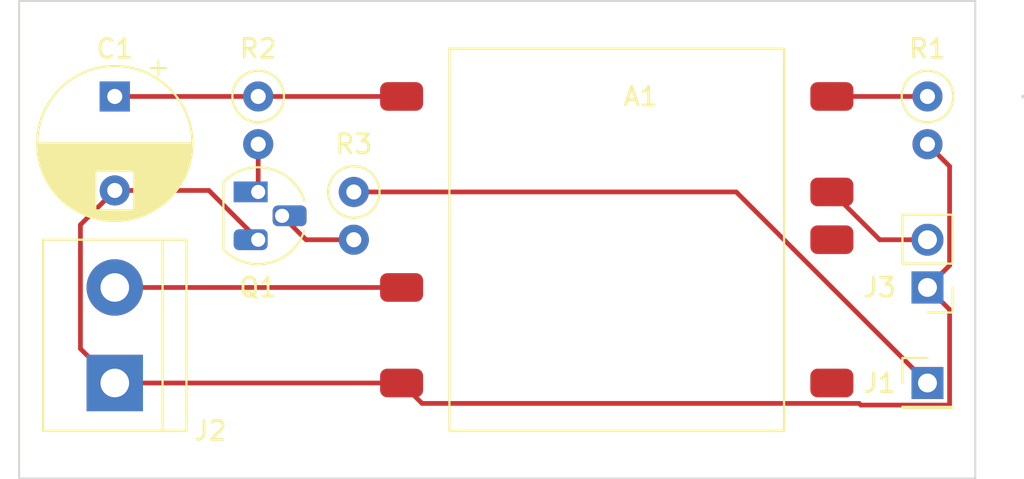
<source format=kicad_pcb>
(kicad_pcb (version 20211014) (generator pcbnew)
  (layers (0 "F.Cu" signal) (31 "B.Cu" signal) (34 "B.Paste" user) (35 "F.Paste" user) (36 "B.SilkS" user "B.Silkscreen") (37 "F.SilkS" user "F.Silkscreen") (38 "B.Mask" user) (39 "F.Mask" user) (44 "Edge.Cuts" user))
  (net 0 "")
  (net 1 "Net-(A1-Pad1)")
  (net 2 "+12V")
  (net 3 "GND")
  (net 6 "+5V")
  (net 7 "Net-(A1-Pad7)")
  (net 8 "Net-(J1-Pad1)")
  (net 9 "Net-(Q1-Pad1)")
  (net 10 "Net-(Q1-Pad2)")
  (footprint "Package_TO_SOT_THT:TO-92_HandSolder" (layer "F.Cu") (at 96.52 86.36 -90)
    (fp_text reference "Q1" (at 5.08 0 -180) (layer "F.SilkS"))
    (fp_text value "BC548")
    (fp_line (start -0.53 1.85) (end 3.07 1.85) (layer "F.SilkS") (width 0.12))
    (fp_arc (start -0.541875 1.841741) (mid -1.247231 -0.581764) (end 0.45 -2.45) (layer "F.SilkS") (width 0.12))
    (fp_arc (start 2.05 -2.45) (mid 3.769931 -0.601036) (end 3.078445 1.827684) (layer "F.SilkS") (width 0.12))
    (pad "1" thru_hole rect (at 0 0 270) (size 1.1 1.8) (drill 0.75 (offset 0 0.4)) (layers *.Cu *.Mask) (net 9 "Net-(Q1-Pad1)"))
    (pad "2" thru_hole roundrect (at 1.27 -1.27 270) (size 1.1 1.8) (drill 0.75 (offset 0 -0.4)) (layers *.Cu *.Mask) (net 10 "Net-(Q1-Pad2)"))
    (pad "3" thru_hole roundrect (at 2.54 0 270) (size 1.1 1.8) (drill 0.75 (offset 0 0.4)) (layers *.Cu *.Mask) (net 3 "GND"))
  )
  (footprint "Connector_PinHeader_2.54mm:PinHeader_1x01_P2.54mm_Vertical" (layer "F.Cu") (at 132.08 96.52)
    (fp_text reference "J1" (at -2.54 0) (layer "F.SilkS"))
    (fp_text value "RPi GPIO")
    (fp_line (start -1.33 -1.33) (end 0 -1.33) (layer "F.SilkS") (width 0.12))
    (fp_line (start -1.33 1.27) (end 1.33 1.27) (layer "F.SilkS") (width 0.12))
    (fp_line (start 1.33 1.27) (end 1.33 1.33) (layer "F.SilkS") (width 0.12))
    (fp_line (start -1.33 0) (end -1.33 -1.33) (layer "F.SilkS") (width 0.12))
    (fp_line (start -1.33 1.33) (end 1.33 1.33) (layer "F.SilkS") (width 0.12))
    (fp_line (start -1.33 1.27) (end -1.33 1.33) (layer "F.SilkS") (width 0.12))
    (pad "1" thru_hole rect (at 0 0) (size 1.7 1.7) (drill 1) (layers *.Cu *.Mask) (net 8 "Net-(J1-Pad1)"))
  )
  (footprint "Module:KIS-3R33S package" (layer "F.Cu") (at 116.84 86.36)
    (fp_text reference "A1" (at 0 -5.08 unlocked) (layer "F.SilkS"))
    (fp_text value "KIS-3R33")
    (fp_rect (start -10.16 -7.62) (end 7.62 12.7) (layer "F.SilkS") (width 0.12) (fill none))
    (pad "1" smd roundrect (at -12.7 -5.08) (size 2.286 1.524) (layers "F.Cu" "F.Paste" "F.Mask") (net 1 "Net-(A1-Pad1)"))
    (pad "2" smd roundrect (at -12.7 5.08) (size 2.286 1.524) (layers "F.Cu" "F.Paste" "F.Mask") (net 2 "+12V"))
    (pad "3" smd roundrect (at -12.7 10.16) (size 2.286 1.524) (layers "F.Cu" "F.Paste" "F.Mask") (net 3 "GND"))
    (pad "4" smd roundrect (at 10.16 10.16) (size 2.286 1.524) (layers "F.Cu" "F.Paste" "F.Mask"))
    (pad "5" smd roundrect (at 10.16 2.54) (size 2.286 1.524) (layers "F.Cu" "F.Paste" "F.Mask"))
    (pad "6" smd roundrect (at 10.16 0) (size 2.286 1.524) (layers "F.Cu" "F.Paste" "F.Mask") (net 6 "+5V"))
    (pad "7" smd roundrect (at 10.16 -5.08) (size 2.286 1.524) (layers "F.Cu" "F.Paste" "F.Mask") (net 7 "Net-(A1-Pad7)"))
  )
  (footprint "TerminalBlock:TerminalBlock_bornier-2_P5.08mm" (layer "F.Cu") (at 88.9 96.52 90)
    (fp_text reference "J2" (at -2.54 5.08) (layer "F.SilkS"))
    (fp_text value "BATT")
    (fp_line (start 7.62 3.81) (end 7.62 -3.81) (layer "F.SilkS") (width 0.12))
    (fp_line (start -2.54 3.81) (end 7.62 3.81) (layer "F.SilkS") (width 0.12))
    (fp_line (start 7.62 2.54) (end -2.54 2.54) (layer "F.SilkS") (width 0.12))
    (fp_line (start 7.62 -3.81) (end -2.54 -3.81) (layer "F.SilkS") (width 0.12))
    (fp_line (start -2.54 -3.81) (end -2.54 3.81) (layer "F.SilkS") (width 0.12))
    (pad "1" thru_hole rect (at 0 0 90) (size 3 3) (drill 1.52) (layers *.Cu *.Mask) (net 3 "GND"))
    (pad "2" thru_hole circle (at 5.08 0 90) (size 3 3) (drill 1.52) (layers *.Cu *.Mask) (net 2 "+12V"))
  )
  (footprint "Resistor_THT:R_Axial_DIN0207_L6.3mm_D2.5mm_P2.54mm_Vertical" (layer "F.Cu") (at 132.08 81.28 -90)
    (fp_text reference "R1" (at -2.54 0) (layer "F.SilkS"))
    (fp_text value "10k")
    (fp_line (start 1.37 0) (end 1.44 0) (layer "F.SilkS") (width 0.12))
    (fp_circle (center 0 0) (end 1.37 0) (layer "F.SilkS") (width 0.12) (fill none))
    (pad "1" thru_hole circle (at 0 0 270) (size 1.6 1.6) (drill 0.8) (layers *.Cu *.Mask) (net 7 "Net-(A1-Pad7)"))
    (pad "2" thru_hole oval (at 2.54 0 270) (size 1.6 1.6) (drill 0.8) (layers *.Cu *.Mask) (net 3 "GND"))
  )
  (footprint "Capacitor_THT:CP_Radial_D8.0mm_P5.00mm" (layer "F.Cu") (at 88.9 81.28 -90)
    (fp_text reference "C1" (at -2.54 0) (layer "F.SilkS"))
    (fp_text value "220µ")
    (fp_line (start 5.581 1.04) (end 5.581 2.697) (layer "F.SilkS") (width 0.12))
    (fp_line (start 2.58 -4.08) (end 2.58 4.08) (layer "F.SilkS") (width 0.12))
    (fp_line (start 4.541 -3.54) (end 4.541 -1.04) (layer "F.SilkS") (width 0.12))
    (fp_line (start 4.981 -3.25) (end 4.981 -1.04) (layer "F.SilkS") (width 0.12))
    (fp_line (start 3.701 -3.902) (end 3.701 3.902) (layer "F.SilkS") (width 0.12))
    (fp_line (start 4.021 1.04) (end 4.021 3.79) (layer "F.SilkS") (width 0.12))
    (fp_line (start 6.261 -1.645) (end 6.261 1.645) (layer "F.SilkS") (width 0.12))
    (fp_line (start 5.581 -2.697) (end 5.581 -1.04) (layer "F.SilkS") (width 0.12))
    (fp_line (start 5.301 1.04) (end 5.301 2.983) (layer "F.SilkS") (width 0.12))
    (fp_line (start 2.74 -4.074) (end 2.74 4.074) (layer "F.SilkS") (width 0.12))
    (fp_line (start 3.221 -4.017) (end 3.221 4.017) (layer "F.SilkS") (width 0.12))
    (fp_line (start 3.341 -3.994) (end 3.341 3.994) (layer "F.SilkS") (width 0.12))
    (fp_line (start 5.981 1.04) (end 5.981 2.166) (layer "F.SilkS") (width 0.12))
    (fp_line (start 5.701 1.04) (end 5.701 2.556) (layer "F.SilkS") (width 0.12))
    (fp_line (start 5.101 -3.156) (end 5.101 -1.04) (layer "F.SilkS") (width 0.12))
    (fp_line (start 5.621 -2.651) (end 5.621 -1.04) (layer "F.SilkS") (width 0.12))
    (fp_line (start 3.541 -3.947) (end 3.541 3.947) (layer "F.SilkS") (width 0.12))
    (fp_line (start 3.381 -3.985) (end 3.381 3.985) (layer "F.SilkS") (width 0.12))
    (fp_line (start 4.701 1.04) (end 4.701 3.444) (layer "F.SilkS") (width 0.12))
    (fp_line (start 3.981 1.04) (end 3.981 3.805) (layer "F.SilkS") (width 0.12))
    (fp_line (start 5.541 1.04) (end 5.541 2.741) (layer "F.SilkS") (width 0.12))
    (fp_line (start 4.061 1.04) (end 4.061 3.774) (layer "F.SilkS") (width 0.12))
    (fp_line (start 6.181 -1.813) (end 6.181 1.813) (layer "F.SilkS") (width 0.12))
    (fp_line (start 4.501 -3.562) (end 4.501 -1.04) (layer "F.SilkS") (width 0.12))
    (fp_line (start 4.221 -3.704) (end 4.221 -1.04) (layer "F.SilkS") (width 0.12))
    (fp_line (start 4.021 -3.79) (end 4.021 -1.04) (layer "F.SilkS") (width 0.12))
    (fp_line (start 5.861 -2.345) (end 5.861 -1.04) (layer "F.SilkS") (width 0.12))
    (fp_line (start 4.101 1.04) (end 4.101 3.757) (layer "F.SilkS") (width 0.12))
    (fp_line (start 3.301 -4.002) (end 3.301 4.002) (layer "F.SilkS") (width 0.12))
    (fp_line (start 3.821 -3.863) (end 3.821 3.863) (layer "F.SilkS") (width 0.12))
    (fp_line (start 5.301 -2.983) (end 5.301 -1.04) (layer "F.SilkS") (width 0.12))
    (fp_line (start 5.621 1.04) (end 5.621 2.651) (layer "F.SilkS") (width 0.12))
    (fp_line (start 3.581 -3.936) (end 3.581 3.936) (layer "F.SilkS") (width 0.12))
    (fp_line (start 4.381 -3.627) (end 4.381 -1.04) (layer "F.SilkS") (width 0.12))
    (fp_line (start 3.941 -3.821) (end 3.941 3.821) (layer "F.SilkS") (width 0.12))
    (fp_line (start 5.381 -2.907) (end 5.381 -1.04) (layer "F.SilkS") (width 0.12))
    (fp_line (start 4.421 1.04) (end 4.421 3.606) (layer "F.SilkS") (width 0.12))
    (fp_line (start 5.221 -3.055) (end 5.221 -1.04) (layer "F.SilkS") (width 0.12))
    (fp_line (start 3.741 -3.889) (end 3.741 3.889) (layer "F.SilkS") (width 0.12))
    (fp_line (start 4.341 1.04) (end 4.341 3.647) (layer "F.SilkS") (width 0.12))
    (fp_line (start 6.221 -1.731) (end 6.221 1.731) (layer "F.SilkS") (width 0.12))
    (fp_line (start 3.861 -3.85) (end 3.861 3.85) (layer "F.SilkS") (width 0.12))
    (fp_line (start 2.9 -4.061) (end 2.9 4.061) (layer "F.SilkS") (width 0.12))
    (fp_line (start 4.781 -3.392) (end 4.781 -1.04) (layer "F.SilkS") (width 0.12))
    (fp_line (start 4.941 -3.28) (end 4.941 -1.04) (layer "F.SilkS") (width 0.12))
    (fp_line (start 5.461 1.04) (end 5.461 2.826) (layer "F.SilkS") (width 0.12))
    (fp_line (start 4.821 1.04) (end 4.821 3.365) (layer "F.SilkS") (width 0.12))
    (fp_line (start 2.62 -4.079) (end 2.62 4.079) (layer "F.SilkS") (width 0.12))
    (fp_line (start 3.621 -3.925) (end 3.621 3.925) (layer "F.SilkS") (width 0.12))
    (fp_line (start 6.581 -0.533) (end 6.581 0.533) (layer "F.SilkS") (width 0.12))
    (fp_line (start 5.141 -3.124) (end 5.141 -1.04) (layer "F.SilkS") (width 0.12))
    (fp_line (start 5.741 1.04) (end 5.741 2.505) (layer "F.SilkS") (width 0.12))
    (fp_line (start 3.14 -4.03) (end 3.14 4.03) (layer "F.SilkS") (width 0.12))
    (fp_line (start 4.261 -3.686) (end 4.261 -1.04) (layer "F.SilkS") (width 0.12))
    (fp_line (start 5.141 1.04) (end 5.141 3.124) (layer "F.SilkS") (width 0.12))
    (fp_line (start 4.661 -3.469) (end 4.661 -1.04) (layer "F.SilkS") (width 0.12))
    (fp_line (start 5.261 1.04) (end 5.261 3.019) (layer "F.SilkS") (width 0.12))
    (fp_line (start 5.901 1.04) (end 5.901 2.287) (layer "F.SilkS") (width 0.12))
    (fp_line (start 4.861 -3.338) (end 4.861 -1.04) (layer "F.SilkS") (width 0.12))
    (fp_line (start 2.5 -4.08) (end 2.5 4.08) (layer "F.SilkS") (width 0.12))
    (fp_line (start 4.701 -3.444) (end 4.701 -1.04) (layer "F.SilkS") (width 0.12))
    (fp_line (start 3.06 -4.042) (end 3.06 4.042) (layer "F.SilkS") (width 0.12))
    (fp_line (start 5.421 -2.867) (end 5.421 -1.04) (layer "F.SilkS") (width 0.12))
    (fp_line (start 5.821 -2.4) (end 5.821 -1.04) (layer "F.SilkS") (width 0.12))
    (fp_line (start 3.901 -3.835) (end 3.901 3.835) (layer "F.SilkS") (width 0.12))
    (fp_line (start 6.101 -1.964) (end 6.101 1.964) (layer "F.SilkS") (width 0.12))
    (fp_line (start 3.02 -4.048) (end 3.02 4.048) (layer "F.SilkS") (width 0.12))
    (fp_line (start 4.661 1.04) (end 4.661 3.469) (layer "F.SilkS") (width 0.12))
    (fp_line (start 5.181 -3.09) (end 5.181 -1.04) (layer "F.SilkS") (width 0.12))
    (fp_line (start 5.501 -2.784) (end 5.501 -1.04) (layer "F.SilkS") (width 0.12))
    (fp_line (start 4.461 -3.584) (end 4.461 -1.04) (layer "F.SilkS") (width 0.12))
    (fp_line (start 5.181 1.04) (end 5.181 3.09) (layer "F.SilkS") (width 0.12))
    (fp_line (start 6.501 -0.948) (end 6.501 0.948) (layer "F.SilkS") (width 0.12))
    (fp_line (start 4.181 1.04) (end 4.181 3.722) (layer "F.SilkS") (width 0.12))
    (fp_line (start 5.501 1.04) (end 5.501 2.784) (layer "F.SilkS") (width 0.12))
    (fp_line (start 3.661 -3.914) (end 3.661 3.914) (layer "F.SilkS") (width 0.12))
    (fp_line (start 5.421 1.04) (end 5.421 2.867) (layer "F.SilkS") (width 0.12))
    (fp_line (start 5.101 1.04) (end 5.101 3.156) (layer "F.SilkS") (width 0.12))
    (fp_line (start 5.781 1.04) (end 5.781 2.454) (layer "F.SilkS") (width 0.12))
    (fp_line (start 5.341 1.04) (end 5.341 2.945) (layer "F.SilkS") (width 0.12))
    (fp_line (start 5.461 -2.826) (end 5.461 -1.04) (layer "F.SilkS") (width 0.12))
    (fp_line (start 6.141 -1.89) (end 6.141 1.89) (layer "F.SilkS") (width 0.12))
    (fp_line (start 4.541 1.04) (end 4.541 3.54) (layer "F.SilkS") (width 0.12))
    (fp_line (start 5.981 -2.166) (end 5.981 -1.04) (layer "F.SilkS") (width 0.12))
    (fp_line (start 3.461 -3.967) (end 3.461 3.967) (layer "F.SilkS") (width 0.12))
    (fp_line (start 5.021 1.04) (end 5.021 3.22) (layer "F.SilkS") (width 0.12))
    (fp_line (start 6.341 -1.453) (end 6.341 1.453) (layer "F.SilkS") (width 0.12))
    (fp_line (start 5.901 -2.287) (end 5.901 -1.04) (layer "F.SilkS") (width 0.12))
    (fp_line (start 6.381 -1.346) (end 6.381 1.346) (layer "F.SilkS") (width 0.12))
    (fp_line (start 2.78 -4.071) (end 2.78 4.071) (layer "F.SilkS") (width 0.12))
    (fp_line (start 4.901 1.04) (end 4.901 3.309) (layer "F.SilkS") (width 0.12))
    (fp_line (start 5.781 -2.454) (end 5.781 -1.04) (layer "F.SilkS") (width 0.12))
    (fp_line (start 5.661 -2.604) (end 5.661 -1.04) (layer "F.SilkS") (width 0.12))
    (fp_line (start 4.221 1.04) (end 4.221 3.704) (layer "F.SilkS") (width 0.12))
    (fp_line (start 4.741 -3.418) (end 4.741 -1.04) (layer "F.SilkS") (width 0.12))
    (fp_line (start 4.981 1.04) (end 4.981 3.25) (layer "F.SilkS") (width 0.12))
    (fp_line (start 5.701 -2.556) (end 5.701 -1.04) (layer "F.SilkS") (width 0.12))
    (fp_line (start 4.861 1.04) (end 4.861 3.338) (layer "F.SilkS") (width 0.12))
    (fp_line (start -1.909698 -2.315) (end -1.109698 -2.315) (layer "F.SilkS") (width 0.12))
    (fp_line (start 5.861 1.04) (end 5.861 2.345) (layer "F.SilkS") (width 0.12))
    (fp_line (start 5.541 -2.741) (end 5.541 -1.04) (layer "F.SilkS") (width 0.12))
    (fp_line (start 3.18 -4.024) (end 3.18 4.024) (layer "F.SilkS") (width 0.12))
    (fp_line (start 4.741 1.04) (end 4.741 3.418) (layer "F.SilkS") (width 0.12))
    (fp_line (start 5.061 1.04) (end 5.061 3.189) (layer "F.SilkS") (width 0.12))
    (fp_line (start 5.021 -3.22) (end 5.021 -1.04) (layer "F.SilkS") (width 0.12))
    (fp_line (start 4.261 1.04) (end 4.261 3.686) (layer "F.SilkS") (width 0.12))
    (fp_line (start 2.7 -4.076) (end 2.7 4.076) (layer "F.SilkS") (width 0.12))
    (fp_line (start 5.741 -2.505) (end 5.741 -1.04) (layer "F.SilkS") (width 0.12))
    (fp_line (start 4.461 1.04) (end 4.461 3.584) (layer "F.SilkS") (width 0.12))
    (fp_line (start 4.061 -3.774) (end 4.061 -1.04) (layer "F.SilkS") (width 0.12))
    (fp_line (start 5.661 1.04) (end 5.661 2.604) (layer "F.SilkS") (width 0.12))
    (fp_line (start 2.54 -4.08) (end 2.54 4.08) (layer "F.SilkS") (width 0.12))
    (fp_line (start 4.781 1.04) (end 4.781 3.392) (layer "F.SilkS") (width 0.12))
    (fp_line (start 3.421 -3.976) (end 3.421 3.976) (layer "F.SilkS") (width 0.12))
    (fp_line (start 4.421 -3.606) (end 4.421 -1.04) (layer "F.SilkS") (width 0.12))
    (fp_line (start 2.94 -4.057) (end 2.94 4.057) (layer "F.SilkS") (width 0.12))
    (fp_line (start 3.981 -3.805) (end 3.981 -1.04) (layer "F.SilkS") (width 0.12))
    (fp_line (start 2.86 -4.065) (end 2.86 4.065) (layer "F.SilkS") (width 0.12))
    (fp_line (start 4.341 -3.647) (end 4.341 -1.04) (layer "F.SilkS") (width 0.12))
    (fp_line (start 5.821 1.04) (end 5.821 2.4) (layer "F.SilkS") (width 0.12))
    (fp_line (start 4.821 -3.365) (end 4.821 -1.04) (layer "F.SilkS") (width 0.12))
    (fp_line (start 4.501 1.04) (end 4.501 3.562) (layer "F.SilkS") (width 0.12))
    (fp_line (start 4.101 -3.757) (end 4.101 -1.04) (layer "F.SilkS") (width 0.12))
    (fp_line (start 4.141 1.04) (end 4.141 3.74) (layer "F.SilkS") (width 0.12))
    (fp_line (start 5.341 -2.945) (end 5.341 -1.04) (layer "F.SilkS") (width 0.12))
    (fp_line (start 3.781 -3.877) (end 3.781 3.877) (layer "F.SilkS") (width 0.12))
    (fp_line (start 6.021 1.04) (end 6.021 2.102) (layer "F.SilkS") (width 0.12))
    (fp_line (start 5.941 1.04) (end 5.941 2.228) (layer "F.SilkS") (width 0.12))
    (fp_line (start 6.461 -1.098) (end 6.461 1.098) (layer "F.SilkS") (width 0.12))
    (fp_line (start 4.301 -3.666) (end 4.301 -1.04) (layer "F.SilkS") (width 0.12))
    (fp_line (start 4.381 1.04) (end 4.381 3.627) (layer "F.SilkS") (width 0.12))
    (fp_line (start -1.509698 -2.715) (end -1.509698 -1.915) (layer "F.SilkS") (width 0.12))
    (fp_line (start 4.621 1.04) (end 4.621 3.493) (layer "F.SilkS") (width 0.12))
    (fp_line (start 4.941 1.04) (end 4.941 3.28) (layer "F.SilkS") (width 0.12))
    (fp_line (start 4.301 1.04) (end 4.301 3.666) (layer "F.SilkS") (width 0.12))
    (fp_line (start 5.381 1.04) (end 5.381 2.907) (layer "F.SilkS") (width 0.12))
    (fp_line (start 5.261 -3.019) (end 5.261 -1.04) (layer "F.SilkS") (width 0.12))
    (fp_line (start 3.501 -3.957) (end 3.501 3.957) (layer "F.SilkS") (width 0.12))
    (fp_line (start 6.301 -1.552) (end 6.301 1.552) (layer "F.SilkS") (width 0.12))
    (fp_line (start 4.141 -3.74) (end 4.141 -1.04) (layer "F.SilkS") (width 0.12))
    (fp_line (start 6.421 -1.229) (end 6.421 1.229) (layer "F.SilkS") (width 0.12))
    (fp_line (start 4.621 -3.493) (end 4.621 -1.04) (layer "F.SilkS") (width 0.12))
    (fp_line (start 2.98 -4.052) (end 2.98 4.052) (layer "F.SilkS") (width 0.12))
    (fp_line (start 5.221 1.04) (end 5.221 3.055) (layer "F.SilkS") (width 0.12))
    (fp_line (start 5.061 -3.189) (end 5.061 -1.04) (layer "F.SilkS") (width 0.12))
    (fp_line (start 4.581 -3.517) (end 4.581 -1.04) (layer "F.SilkS") (width 0.12))
    (fp_line (start 3.1 -4.037) (end 3.1 4.037) (layer "F.SilkS") (width 0.12))
    (fp_line (start 6.021 -2.102) (end 6.021 -1.04) (layer "F.SilkS") (width 0.12))
    (fp_line (start 3.261 -4.01) (end 3.261 4.01) (layer "F.SilkS") (width 0.12))
    (fp_line (start 6.061 -2.034) (end 6.061 2.034) (layer "F.SilkS") (width 0.12))
    (fp_line (start 5.941 -2.228) (end 5.941 -1.04) (layer "F.SilkS") (width 0.12))
    (fp_line (start 4.181 -3.722) (end 4.181 -1.04) (layer "F.SilkS") (width 0.12))
    (fp_line (start 6.541 -0.768) (end 6.541 0.768) (layer "F.SilkS") (width 0.12))
    (fp_line (start 4.581 1.04) (end 4.581 3.517) (layer "F.SilkS") (width 0.12))
    (fp_line (start 2.66 -4.077) (end 2.66 4.077) (layer "F.SilkS") (width 0.12))
    (fp_line (start 4.901 -3.309) (end 4.901 -1.04) (layer "F.SilkS") (width 0.12))
    (fp_line (start 2.82 -4.068) (end 2.82 4.068) (layer "F.SilkS") (width 0.12))
    (fp_circle (center 2.5 0) (end 6.62 0) (layer "F.SilkS") (width 0.12) (fill none))
    (pad "1" thru_hole rect (at 0 0 270) (size 1.6 1.6) (drill 0.8) (layers *.Cu *.Mask) (net 1 "Net-(A1-Pad1)"))
    (pad "2" thru_hole circle (at 5 0 270) (size 1.6 1.6) (drill 0.8) (layers *.Cu *.Mask) (net 3 "GND"))
  )
  (footprint "Connector_PinHeader_2.54mm:PinHeader_1x02_P2.54mm_Vertical" (layer "F.Cu") (at 132.08 91.44 180)
    (fp_text reference "J3" (at 2.54 0 180) (layer "F.SilkS"))
    (fp_text value "RPi PWR")
    (fp_line (start 1.33 1.27) (end 1.33 3.87) (layer "F.SilkS") (width 0.12))
    (fp_line (start -1.33 1.27) (end 1.33 1.27) (layer "F.SilkS") (width 0.12))
    (fp_line (start -1.33 1.27) (end -1.33 3.87) (layer "F.SilkS") (width 0.12))
    (fp_line (start -1.33 3.87) (end 1.33 3.87) (layer "F.SilkS") (width 0.12))
    (fp_line (start -1.33 -1.33) (end 0 -1.33) (layer "F.SilkS") (width 0.12))
    (fp_line (start -1.33 0) (end -1.33 -1.33) (layer "F.SilkS") (width 0.12))
    (pad "1" thru_hole rect (at 0 0 180) (size 1.7 1.7) (drill 1) (layers *.Cu *.Mask) (net 3 "GND"))
    (pad "2" thru_hole oval (at 0 2.54 180) (size 1.7 1.7) (drill 1) (layers *.Cu *.Mask) (net 6 "+5V"))
  )
  (footprint "Resistor_THT:R_Axial_DIN0207_L6.3mm_D2.5mm_P2.54mm_Vertical" (layer "F.Cu") (at 96.52 81.28 -90)
    (fp_text reference "R2" (at -2.54 0) (layer "F.SilkS"))
    (fp_text value "220")
    (fp_line (start 1.37 0) (end 1.44 0) (layer "F.SilkS") (width 0.12))
    (fp_circle (center 0 0) (end 1.37 0) (layer "F.SilkS") (width 0.12) (fill none))
    (pad "1" thru_hole circle (at 0 0 270) (size 1.6 1.6) (drill 0.8) (layers *.Cu *.Mask) (net 1 "Net-(A1-Pad1)"))
    (pad "2" thru_hole oval (at 2.54 0 270) (size 1.6 1.6) (drill 0.8) (layers *.Cu *.Mask) (net 9 "Net-(Q1-Pad1)"))
  )
  (footprint "Resistor_THT:R_Axial_DIN0207_L6.3mm_D2.5mm_P2.54mm_Vertical" (layer "F.Cu") (at 101.6 86.36 -90)
    (fp_text reference "R3" (at -2.54 0) (layer "F.SilkS"))
    (fp_text value "4k7")
    (fp_line (start 1.37 0) (end 1.44 0) (layer "F.SilkS") (width 0.12))
    (fp_circle (center 0 0) (end 1.37 0) (layer "F.SilkS") (width 0.12) (fill none))
    (pad "1" thru_hole circle (at 0 0 270) (size 1.6 1.6) (drill 0.8) (layers *.Cu *.Mask) (net 8 "Net-(J1-Pad1)"))
    (pad "2" thru_hole oval (at 2.54 0 270) (size 1.6 1.6) (drill 0.8) (layers *.Cu *.Mask) (net 10 "Net-(Q1-Pad2)"))
  )
  (gr_circle (center 137.16 81.28) (end 137.16 81.28) (layer "Edge.Cuts") (width 0.1) (fill none))
  (gr_rect (start 83.82 76.2) (end 134.62 101.6) (layer "Edge.Cuts") (width 0.1) (fill none))
  (segment (start 88.9 81.28) (end 104.14 81.28) (width 0.25) (layer "F.Cu") (net 1))
  (segment (start 104.14 91.44) (end 88.9 91.44) (width 0.25) (layer "F.Cu") (net 2))
  (segment (start 88.9 96.52) (end 87.075489 94.695489) (width 0.25) (layer "F.Cu") (net 3))
  (segment (start 104.14 96.52) (end 105.22652 97.60652) (width 0.25) (layer "F.Cu") (net 3))
  (segment (start 88.9 86.28) (end 93.9 86.28) (width 0.25) (layer "F.Cu") (net 3))
  (segment (start 133.254511 97.694511) (end 133.254511 92.614511) (width 0.25) (layer "F.Cu") (net 3))
  (segment (start 132.08 91.44) (end 133.254511 90.265489) (width 0.25) (layer "F.Cu") (net 3))
  (segment (start 88.9 96.52) (end 104.14 96.52) (width 0.25) (layer "F.Cu") (net 3))
  (segment (start 133.254511 90.265489) (end 133.254511 84.994511) (width 0.25) (layer "F.Cu") (net 3))
  (segment (start 128.541471 97.694511) (end 133.254511 97.694511) (width 0.25) (layer "F.Cu") (net 3))
  (segment (start 133.254511 92.614511) (end 132.08 91.44) (width 0.25) (layer "F.Cu") (net 3))
  (segment (start 133.254511 84.994511) (end 132.08 83.82) (width 0.25) (layer "F.Cu") (net 3))
  (segment (start 128.45348 97.60652) (end 128.541471 97.694511) (width 0.25) (layer "F.Cu") (net 3))
  (segment (start 87.075489 88.104511) (end 88.9 86.28) (width 0.25) (layer "F.Cu") (net 3))
  (segment (start 93.9 86.28) (end 96.52 88.9) (width 0.25) (layer "F.Cu") (net 3))
  (segment (start 105.22652 97.60652) (end 128.45348 97.60652) (width 0.25) (layer "F.Cu") (net 3))
  (segment (start 87.075489 94.695489) (end 87.075489 88.104511) (width 0.25) (layer "F.Cu") (net 3))
  (segment (start 127 86.36) (end 129.54 88.9) (width 0.25) (layer "F.Cu") (net 6))
  (segment (start 129.54 88.9) (end 132.08 88.9) (width 0.25) (layer "F.Cu") (net 6))
  (segment (start 132.08 81.28) (end 127 81.28) (width 0.25) (layer "F.Cu") (net 7))
  (segment (start 101.6 86.36) (end 121.92 86.36) (width 0.25) (layer "F.Cu") (net 8))
  (segment (start 121.92 86.36) (end 132.08 96.52) (width 0.25) (layer "F.Cu") (net 8))
  (segment (start 96.52 83.82) (end 96.52 86.36) (width 0.25) (layer "F.Cu") (net 9))
  (segment (start 97.79 87.63) (end 99.06 88.9) (width 0.25) (layer "F.Cu") (net 10))
  (segment (start 99.06 88.9) (end 101.6 88.9) (width 0.25) (layer "F.Cu") (net 10))
)
</source>
